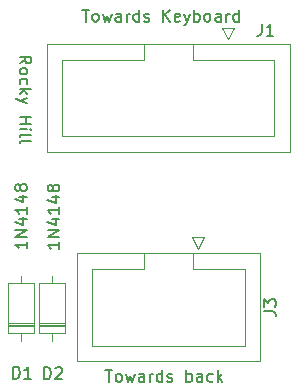
<source format=gbr>
G04 #@! TF.GenerationSoftware,KiCad,Pcbnew,5.1.5+dfsg1-2build2*
G04 #@! TF.CreationDate,2022-03-13T21:16:03-04:00*
G04 #@! TF.ProjectId,RGB_to_hdmi_adapter_coco3,5247425f-746f-45f6-9864-6d695f616461,rev?*
G04 #@! TF.SameCoordinates,Original*
G04 #@! TF.FileFunction,Legend,Top*
G04 #@! TF.FilePolarity,Positive*
%FSLAX46Y46*%
G04 Gerber Fmt 4.6, Leading zero omitted, Abs format (unit mm)*
G04 Created by KiCad (PCBNEW 5.1.5+dfsg1-2build2) date 2022-03-13 21:16:03*
%MOMM*%
%LPD*%
G04 APERTURE LIST*
%ADD10C,0.150000*%
%ADD11C,0.120000*%
G04 APERTURE END LIST*
D10*
X123222619Y-120776190D02*
X123698809Y-120442857D01*
X123222619Y-120204761D02*
X124222619Y-120204761D01*
X124222619Y-120585714D01*
X124175000Y-120680952D01*
X124127380Y-120728571D01*
X124032142Y-120776190D01*
X123889285Y-120776190D01*
X123794047Y-120728571D01*
X123746428Y-120680952D01*
X123698809Y-120585714D01*
X123698809Y-120204761D01*
X123222619Y-121347619D02*
X123270238Y-121252380D01*
X123317857Y-121204761D01*
X123413095Y-121157142D01*
X123698809Y-121157142D01*
X123794047Y-121204761D01*
X123841666Y-121252380D01*
X123889285Y-121347619D01*
X123889285Y-121490476D01*
X123841666Y-121585714D01*
X123794047Y-121633333D01*
X123698809Y-121680952D01*
X123413095Y-121680952D01*
X123317857Y-121633333D01*
X123270238Y-121585714D01*
X123222619Y-121490476D01*
X123222619Y-121347619D01*
X123270238Y-122538095D02*
X123222619Y-122442857D01*
X123222619Y-122252380D01*
X123270238Y-122157142D01*
X123317857Y-122109523D01*
X123413095Y-122061904D01*
X123698809Y-122061904D01*
X123794047Y-122109523D01*
X123841666Y-122157142D01*
X123889285Y-122252380D01*
X123889285Y-122442857D01*
X123841666Y-122538095D01*
X123222619Y-122966666D02*
X124222619Y-122966666D01*
X123603571Y-123061904D02*
X123222619Y-123347619D01*
X123889285Y-123347619D02*
X123508333Y-122966666D01*
X123889285Y-123680952D02*
X123222619Y-123919047D01*
X123889285Y-124157142D02*
X123222619Y-123919047D01*
X122984523Y-123823809D01*
X122936904Y-123776190D01*
X122889285Y-123680952D01*
X123222619Y-125300000D02*
X124222619Y-125300000D01*
X123746428Y-125300000D02*
X123746428Y-125871428D01*
X123222619Y-125871428D02*
X124222619Y-125871428D01*
X123222619Y-126347619D02*
X123889285Y-126347619D01*
X124222619Y-126347619D02*
X124175000Y-126300000D01*
X124127380Y-126347619D01*
X124175000Y-126395238D01*
X124222619Y-126347619D01*
X124127380Y-126347619D01*
X123222619Y-126966666D02*
X123270238Y-126871428D01*
X123365476Y-126823809D01*
X124222619Y-126823809D01*
X123222619Y-127490476D02*
X123270238Y-127395238D01*
X123365476Y-127347619D01*
X124222619Y-127347619D01*
X130500000Y-146727380D02*
X131071428Y-146727380D01*
X130785714Y-147727380D02*
X130785714Y-146727380D01*
X131547619Y-147727380D02*
X131452380Y-147679761D01*
X131404761Y-147632142D01*
X131357142Y-147536904D01*
X131357142Y-147251190D01*
X131404761Y-147155952D01*
X131452380Y-147108333D01*
X131547619Y-147060714D01*
X131690476Y-147060714D01*
X131785714Y-147108333D01*
X131833333Y-147155952D01*
X131880952Y-147251190D01*
X131880952Y-147536904D01*
X131833333Y-147632142D01*
X131785714Y-147679761D01*
X131690476Y-147727380D01*
X131547619Y-147727380D01*
X132214285Y-147060714D02*
X132404761Y-147727380D01*
X132595238Y-147251190D01*
X132785714Y-147727380D01*
X132976190Y-147060714D01*
X133785714Y-147727380D02*
X133785714Y-147203571D01*
X133738095Y-147108333D01*
X133642857Y-147060714D01*
X133452380Y-147060714D01*
X133357142Y-147108333D01*
X133785714Y-147679761D02*
X133690476Y-147727380D01*
X133452380Y-147727380D01*
X133357142Y-147679761D01*
X133309523Y-147584523D01*
X133309523Y-147489285D01*
X133357142Y-147394047D01*
X133452380Y-147346428D01*
X133690476Y-147346428D01*
X133785714Y-147298809D01*
X134261904Y-147727380D02*
X134261904Y-147060714D01*
X134261904Y-147251190D02*
X134309523Y-147155952D01*
X134357142Y-147108333D01*
X134452380Y-147060714D01*
X134547619Y-147060714D01*
X135309523Y-147727380D02*
X135309523Y-146727380D01*
X135309523Y-147679761D02*
X135214285Y-147727380D01*
X135023809Y-147727380D01*
X134928571Y-147679761D01*
X134880952Y-147632142D01*
X134833333Y-147536904D01*
X134833333Y-147251190D01*
X134880952Y-147155952D01*
X134928571Y-147108333D01*
X135023809Y-147060714D01*
X135214285Y-147060714D01*
X135309523Y-147108333D01*
X135738095Y-147679761D02*
X135833333Y-147727380D01*
X136023809Y-147727380D01*
X136119047Y-147679761D01*
X136166666Y-147584523D01*
X136166666Y-147536904D01*
X136119047Y-147441666D01*
X136023809Y-147394047D01*
X135880952Y-147394047D01*
X135785714Y-147346428D01*
X135738095Y-147251190D01*
X135738095Y-147203571D01*
X135785714Y-147108333D01*
X135880952Y-147060714D01*
X136023809Y-147060714D01*
X136119047Y-147108333D01*
X137357142Y-147727380D02*
X137357142Y-146727380D01*
X137357142Y-147108333D02*
X137452380Y-147060714D01*
X137642857Y-147060714D01*
X137738095Y-147108333D01*
X137785714Y-147155952D01*
X137833333Y-147251190D01*
X137833333Y-147536904D01*
X137785714Y-147632142D01*
X137738095Y-147679761D01*
X137642857Y-147727380D01*
X137452380Y-147727380D01*
X137357142Y-147679761D01*
X138690476Y-147727380D02*
X138690476Y-147203571D01*
X138642857Y-147108333D01*
X138547619Y-147060714D01*
X138357142Y-147060714D01*
X138261904Y-147108333D01*
X138690476Y-147679761D02*
X138595238Y-147727380D01*
X138357142Y-147727380D01*
X138261904Y-147679761D01*
X138214285Y-147584523D01*
X138214285Y-147489285D01*
X138261904Y-147394047D01*
X138357142Y-147346428D01*
X138595238Y-147346428D01*
X138690476Y-147298809D01*
X139595238Y-147679761D02*
X139500000Y-147727380D01*
X139309523Y-147727380D01*
X139214285Y-147679761D01*
X139166666Y-147632142D01*
X139119047Y-147536904D01*
X139119047Y-147251190D01*
X139166666Y-147155952D01*
X139214285Y-147108333D01*
X139309523Y-147060714D01*
X139500000Y-147060714D01*
X139595238Y-147108333D01*
X140023809Y-147727380D02*
X140023809Y-146727380D01*
X140119047Y-147346428D02*
X140404761Y-147727380D01*
X140404761Y-147060714D02*
X140023809Y-147441666D01*
X128534523Y-116227380D02*
X129105952Y-116227380D01*
X128820238Y-117227380D02*
X128820238Y-116227380D01*
X129582142Y-117227380D02*
X129486904Y-117179761D01*
X129439285Y-117132142D01*
X129391666Y-117036904D01*
X129391666Y-116751190D01*
X129439285Y-116655952D01*
X129486904Y-116608333D01*
X129582142Y-116560714D01*
X129725000Y-116560714D01*
X129820238Y-116608333D01*
X129867857Y-116655952D01*
X129915476Y-116751190D01*
X129915476Y-117036904D01*
X129867857Y-117132142D01*
X129820238Y-117179761D01*
X129725000Y-117227380D01*
X129582142Y-117227380D01*
X130248809Y-116560714D02*
X130439285Y-117227380D01*
X130629761Y-116751190D01*
X130820238Y-117227380D01*
X131010714Y-116560714D01*
X131820238Y-117227380D02*
X131820238Y-116703571D01*
X131772619Y-116608333D01*
X131677380Y-116560714D01*
X131486904Y-116560714D01*
X131391666Y-116608333D01*
X131820238Y-117179761D02*
X131725000Y-117227380D01*
X131486904Y-117227380D01*
X131391666Y-117179761D01*
X131344047Y-117084523D01*
X131344047Y-116989285D01*
X131391666Y-116894047D01*
X131486904Y-116846428D01*
X131725000Y-116846428D01*
X131820238Y-116798809D01*
X132296428Y-117227380D02*
X132296428Y-116560714D01*
X132296428Y-116751190D02*
X132344047Y-116655952D01*
X132391666Y-116608333D01*
X132486904Y-116560714D01*
X132582142Y-116560714D01*
X133344047Y-117227380D02*
X133344047Y-116227380D01*
X133344047Y-117179761D02*
X133248809Y-117227380D01*
X133058333Y-117227380D01*
X132963095Y-117179761D01*
X132915476Y-117132142D01*
X132867857Y-117036904D01*
X132867857Y-116751190D01*
X132915476Y-116655952D01*
X132963095Y-116608333D01*
X133058333Y-116560714D01*
X133248809Y-116560714D01*
X133344047Y-116608333D01*
X133772619Y-117179761D02*
X133867857Y-117227380D01*
X134058333Y-117227380D01*
X134153571Y-117179761D01*
X134201190Y-117084523D01*
X134201190Y-117036904D01*
X134153571Y-116941666D01*
X134058333Y-116894047D01*
X133915476Y-116894047D01*
X133820238Y-116846428D01*
X133772619Y-116751190D01*
X133772619Y-116703571D01*
X133820238Y-116608333D01*
X133915476Y-116560714D01*
X134058333Y-116560714D01*
X134153571Y-116608333D01*
X135391666Y-117227380D02*
X135391666Y-116227380D01*
X135963095Y-117227380D02*
X135534523Y-116655952D01*
X135963095Y-116227380D02*
X135391666Y-116798809D01*
X136772619Y-117179761D02*
X136677380Y-117227380D01*
X136486904Y-117227380D01*
X136391666Y-117179761D01*
X136344047Y-117084523D01*
X136344047Y-116703571D01*
X136391666Y-116608333D01*
X136486904Y-116560714D01*
X136677380Y-116560714D01*
X136772619Y-116608333D01*
X136820238Y-116703571D01*
X136820238Y-116798809D01*
X136344047Y-116894047D01*
X137153571Y-116560714D02*
X137391666Y-117227380D01*
X137629761Y-116560714D02*
X137391666Y-117227380D01*
X137296428Y-117465476D01*
X137248809Y-117513095D01*
X137153571Y-117560714D01*
X138010714Y-117227380D02*
X138010714Y-116227380D01*
X138010714Y-116608333D02*
X138105952Y-116560714D01*
X138296428Y-116560714D01*
X138391666Y-116608333D01*
X138439285Y-116655952D01*
X138486904Y-116751190D01*
X138486904Y-117036904D01*
X138439285Y-117132142D01*
X138391666Y-117179761D01*
X138296428Y-117227380D01*
X138105952Y-117227380D01*
X138010714Y-117179761D01*
X139058333Y-117227380D02*
X138963095Y-117179761D01*
X138915476Y-117132142D01*
X138867857Y-117036904D01*
X138867857Y-116751190D01*
X138915476Y-116655952D01*
X138963095Y-116608333D01*
X139058333Y-116560714D01*
X139201190Y-116560714D01*
X139296428Y-116608333D01*
X139344047Y-116655952D01*
X139391666Y-116751190D01*
X139391666Y-117036904D01*
X139344047Y-117132142D01*
X139296428Y-117179761D01*
X139201190Y-117227380D01*
X139058333Y-117227380D01*
X140248809Y-117227380D02*
X140248809Y-116703571D01*
X140201190Y-116608333D01*
X140105952Y-116560714D01*
X139915476Y-116560714D01*
X139820238Y-116608333D01*
X140248809Y-117179761D02*
X140153571Y-117227380D01*
X139915476Y-117227380D01*
X139820238Y-117179761D01*
X139772619Y-117084523D01*
X139772619Y-116989285D01*
X139820238Y-116894047D01*
X139915476Y-116846428D01*
X140153571Y-116846428D01*
X140248809Y-116798809D01*
X140725000Y-117227380D02*
X140725000Y-116560714D01*
X140725000Y-116751190D02*
X140772619Y-116655952D01*
X140820238Y-116608333D01*
X140915476Y-116560714D01*
X141010714Y-116560714D01*
X141772619Y-117227380D02*
X141772619Y-116227380D01*
X141772619Y-117179761D02*
X141677380Y-117227380D01*
X141486904Y-117227380D01*
X141391666Y-117179761D01*
X141344047Y-117132142D01*
X141296428Y-117036904D01*
X141296428Y-116751190D01*
X141344047Y-116655952D01*
X141391666Y-116608333D01*
X141486904Y-116560714D01*
X141677380Y-116560714D01*
X141772619Y-116608333D01*
D11*
X122230000Y-143030000D02*
X124470000Y-143030000D01*
X122230000Y-142790000D02*
X124470000Y-142790000D01*
X122230000Y-142910000D02*
X124470000Y-142910000D01*
X123350000Y-138740000D02*
X123350000Y-139390000D01*
X123350000Y-144280000D02*
X123350000Y-143630000D01*
X122230000Y-139390000D02*
X122230000Y-143630000D01*
X124470000Y-139390000D02*
X122230000Y-139390000D01*
X124470000Y-143630000D02*
X124470000Y-139390000D01*
X122230000Y-143630000D02*
X124470000Y-143630000D01*
X124830000Y-143630000D02*
X127070000Y-143630000D01*
X127070000Y-143630000D02*
X127070000Y-139390000D01*
X127070000Y-139390000D02*
X124830000Y-139390000D01*
X124830000Y-139390000D02*
X124830000Y-143630000D01*
X125950000Y-144280000D02*
X125950000Y-143630000D01*
X125950000Y-138740000D02*
X125950000Y-139390000D01*
X124830000Y-142910000D02*
X127070000Y-142910000D01*
X124830000Y-142790000D02*
X127070000Y-142790000D01*
X124830000Y-143030000D02*
X127070000Y-143030000D01*
X146110000Y-119135000D02*
X146110000Y-128255000D01*
X146110000Y-128255000D02*
X125530000Y-128255000D01*
X125530000Y-128255000D02*
X125530000Y-119135000D01*
X125530000Y-119135000D02*
X146110000Y-119135000D01*
X137870000Y-119135000D02*
X137870000Y-120445000D01*
X137870000Y-120445000D02*
X144810000Y-120445000D01*
X144810000Y-120445000D02*
X144810000Y-126945000D01*
X144810000Y-126945000D02*
X126830000Y-126945000D01*
X126830000Y-126945000D02*
X126830000Y-120445000D01*
X126830000Y-120445000D02*
X133770000Y-120445000D01*
X133770000Y-120445000D02*
X133770000Y-120445000D01*
X133770000Y-120445000D02*
X133770000Y-119135000D01*
X140900000Y-118745000D02*
X141400000Y-117745000D01*
X141400000Y-117745000D02*
X140400000Y-117745000D01*
X140400000Y-117745000D02*
X140900000Y-118745000D01*
X143575000Y-136860000D02*
X143575000Y-145980000D01*
X143575000Y-145980000D02*
X128075000Y-145980000D01*
X128075000Y-145980000D02*
X128075000Y-136860000D01*
X128075000Y-136860000D02*
X143575000Y-136860000D01*
X137875000Y-136860000D02*
X137875000Y-138170000D01*
X137875000Y-138170000D02*
X142275000Y-138170000D01*
X142275000Y-138170000D02*
X142275000Y-144670000D01*
X142275000Y-144670000D02*
X129375000Y-144670000D01*
X129375000Y-144670000D02*
X129375000Y-138170000D01*
X129375000Y-138170000D02*
X133775000Y-138170000D01*
X133775000Y-138170000D02*
X133775000Y-138170000D01*
X133775000Y-138170000D02*
X133775000Y-136860000D01*
X138365000Y-136470000D02*
X138865000Y-135470000D01*
X138865000Y-135470000D02*
X137865000Y-135470000D01*
X137865000Y-135470000D02*
X138365000Y-136470000D01*
D10*
X122686904Y-147452380D02*
X122686904Y-146452380D01*
X122925000Y-146452380D01*
X123067857Y-146500000D01*
X123163095Y-146595238D01*
X123210714Y-146690476D01*
X123258333Y-146880952D01*
X123258333Y-147023809D01*
X123210714Y-147214285D01*
X123163095Y-147309523D01*
X123067857Y-147404761D01*
X122925000Y-147452380D01*
X122686904Y-147452380D01*
X124210714Y-147452380D02*
X123639285Y-147452380D01*
X123925000Y-147452380D02*
X123925000Y-146452380D01*
X123829761Y-146595238D01*
X123734523Y-146690476D01*
X123639285Y-146738095D01*
X123852380Y-135862857D02*
X123852380Y-136434285D01*
X123852380Y-136148571D02*
X122852380Y-136148571D01*
X122995238Y-136243809D01*
X123090476Y-136339047D01*
X123138095Y-136434285D01*
X123852380Y-135434285D02*
X122852380Y-135434285D01*
X123852380Y-134862857D01*
X122852380Y-134862857D01*
X123185714Y-133958095D02*
X123852380Y-133958095D01*
X122804761Y-134196190D02*
X123519047Y-134434285D01*
X123519047Y-133815238D01*
X123852380Y-132910476D02*
X123852380Y-133481904D01*
X123852380Y-133196190D02*
X122852380Y-133196190D01*
X122995238Y-133291428D01*
X123090476Y-133386666D01*
X123138095Y-133481904D01*
X123185714Y-132053333D02*
X123852380Y-132053333D01*
X122804761Y-132291428D02*
X123519047Y-132529523D01*
X123519047Y-131910476D01*
X123280952Y-131386666D02*
X123233333Y-131481904D01*
X123185714Y-131529523D01*
X123090476Y-131577142D01*
X123042857Y-131577142D01*
X122947619Y-131529523D01*
X122900000Y-131481904D01*
X122852380Y-131386666D01*
X122852380Y-131196190D01*
X122900000Y-131100952D01*
X122947619Y-131053333D01*
X123042857Y-131005714D01*
X123090476Y-131005714D01*
X123185714Y-131053333D01*
X123233333Y-131100952D01*
X123280952Y-131196190D01*
X123280952Y-131386666D01*
X123328571Y-131481904D01*
X123376190Y-131529523D01*
X123471428Y-131577142D01*
X123661904Y-131577142D01*
X123757142Y-131529523D01*
X123804761Y-131481904D01*
X123852380Y-131386666D01*
X123852380Y-131196190D01*
X123804761Y-131100952D01*
X123757142Y-131053333D01*
X123661904Y-131005714D01*
X123471428Y-131005714D01*
X123376190Y-131053333D01*
X123328571Y-131100952D01*
X123280952Y-131196190D01*
X125311904Y-147502380D02*
X125311904Y-146502380D01*
X125550000Y-146502380D01*
X125692857Y-146550000D01*
X125788095Y-146645238D01*
X125835714Y-146740476D01*
X125883333Y-146930952D01*
X125883333Y-147073809D01*
X125835714Y-147264285D01*
X125788095Y-147359523D01*
X125692857Y-147454761D01*
X125550000Y-147502380D01*
X125311904Y-147502380D01*
X126264285Y-146597619D02*
X126311904Y-146550000D01*
X126407142Y-146502380D01*
X126645238Y-146502380D01*
X126740476Y-146550000D01*
X126788095Y-146597619D01*
X126835714Y-146692857D01*
X126835714Y-146788095D01*
X126788095Y-146930952D01*
X126216666Y-147502380D01*
X126835714Y-147502380D01*
X126602380Y-135887857D02*
X126602380Y-136459285D01*
X126602380Y-136173571D02*
X125602380Y-136173571D01*
X125745238Y-136268809D01*
X125840476Y-136364047D01*
X125888095Y-136459285D01*
X126602380Y-135459285D02*
X125602380Y-135459285D01*
X126602380Y-134887857D01*
X125602380Y-134887857D01*
X125935714Y-133983095D02*
X126602380Y-133983095D01*
X125554761Y-134221190D02*
X126269047Y-134459285D01*
X126269047Y-133840238D01*
X126602380Y-132935476D02*
X126602380Y-133506904D01*
X126602380Y-133221190D02*
X125602380Y-133221190D01*
X125745238Y-133316428D01*
X125840476Y-133411666D01*
X125888095Y-133506904D01*
X125935714Y-132078333D02*
X126602380Y-132078333D01*
X125554761Y-132316428D02*
X126269047Y-132554523D01*
X126269047Y-131935476D01*
X126030952Y-131411666D02*
X125983333Y-131506904D01*
X125935714Y-131554523D01*
X125840476Y-131602142D01*
X125792857Y-131602142D01*
X125697619Y-131554523D01*
X125650000Y-131506904D01*
X125602380Y-131411666D01*
X125602380Y-131221190D01*
X125650000Y-131125952D01*
X125697619Y-131078333D01*
X125792857Y-131030714D01*
X125840476Y-131030714D01*
X125935714Y-131078333D01*
X125983333Y-131125952D01*
X126030952Y-131221190D01*
X126030952Y-131411666D01*
X126078571Y-131506904D01*
X126126190Y-131554523D01*
X126221428Y-131602142D01*
X126411904Y-131602142D01*
X126507142Y-131554523D01*
X126554761Y-131506904D01*
X126602380Y-131411666D01*
X126602380Y-131221190D01*
X126554761Y-131125952D01*
X126507142Y-131078333D01*
X126411904Y-131030714D01*
X126221428Y-131030714D01*
X126126190Y-131078333D01*
X126078571Y-131125952D01*
X126030952Y-131221190D01*
X143716666Y-117427380D02*
X143716666Y-118141666D01*
X143669047Y-118284523D01*
X143573809Y-118379761D01*
X143430952Y-118427380D01*
X143335714Y-118427380D01*
X144716666Y-118427380D02*
X144145238Y-118427380D01*
X144430952Y-118427380D02*
X144430952Y-117427380D01*
X144335714Y-117570238D01*
X144240476Y-117665476D01*
X144145238Y-117713095D01*
X143917380Y-141753333D02*
X144631666Y-141753333D01*
X144774523Y-141800952D01*
X144869761Y-141896190D01*
X144917380Y-142039047D01*
X144917380Y-142134285D01*
X143917380Y-141372380D02*
X143917380Y-140753333D01*
X144298333Y-141086666D01*
X144298333Y-140943809D01*
X144345952Y-140848571D01*
X144393571Y-140800952D01*
X144488809Y-140753333D01*
X144726904Y-140753333D01*
X144822142Y-140800952D01*
X144869761Y-140848571D01*
X144917380Y-140943809D01*
X144917380Y-141229523D01*
X144869761Y-141324761D01*
X144822142Y-141372380D01*
M02*

</source>
